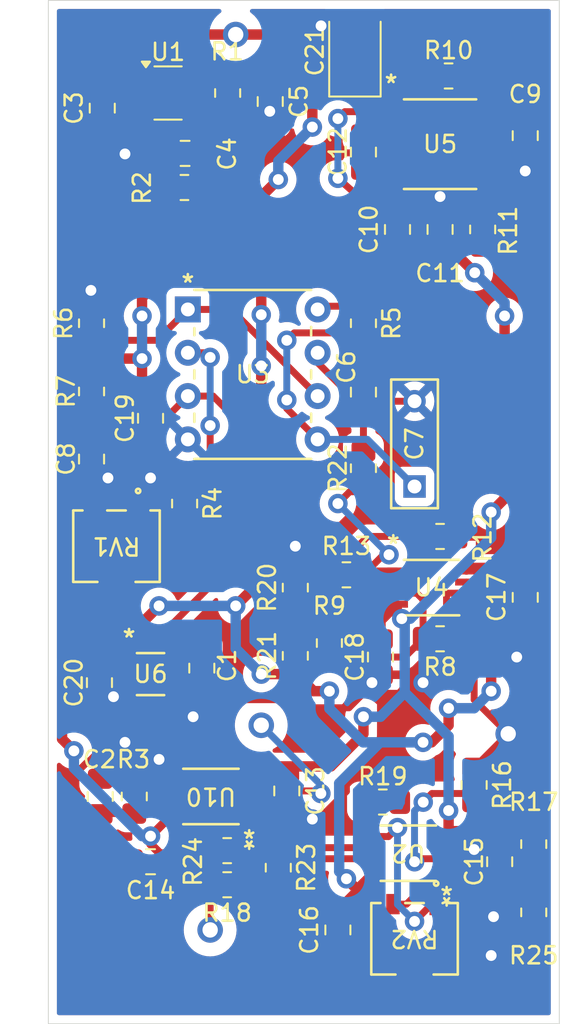
<source format=kicad_pcb>
(kicad_pcb (version 20240108) (generator "pcbnew") (generator_version "8.0")
  (layers (0 "F.Cu" signal) (31 "B.Cu" signal) (34 "B.Paste" user) (35 "F.Paste" user) (36 "B.SilkS" user "B.Silkscreen") (37 "F.SilkS" user "F.Silkscreen") (38 "B.Mask" user) (39 "F.Mask" user) (44 "Edge.Cuts" user))
  (net 0 "")
  (net 1 "GND")
  (net 2 "Net-(U10-VINB-)")
  (net 3 "Net-(U10-VOUTB)")
  (net 4 "Net-(U1-ADJ)")
  (net 5 "/V+")
  (net 6 "Net-(U3-COMPIN)")
  (net 7 "Net-(U3-RC)")
  (net 8 "Net-(U3-IOUT)")
  (net 9 "/Vcc")
  (net 10 "Net-(U5-FB{slash}SHDN)")
  (net 11 "/V-")
  (net 12 "Net-(U5-CAP-)")
  (net 13 "Net-(U5-CAP+)")
  (net 14 "Net-(U10-VINA-)")
  (net 15 "Net-(U3-FOUT)")
  (net 16 "Net-(R4-Pad2)")
  (net 17 "Net-(U3-IREF)")
  (net 18 "Net-(U3-VS)")
  (net 19 "Net-(U4-VINA+)")
  (net 20 "Net-(U4-VINB-)")
  (net 21 "Net-(R20-Pad1)")
  (net 22 "Net-(U5-VREF)")
  (net 23 "Net-(U5-VOUT)")
  (net 24 "Net-(U4-VINA-)")
  (net 25 "Net-(U4-VOUTA)")
  (net 26 "/Ux")
  (net 27 "Net-(U2-VINA-)")
  (net 28 "Net-(U2-VOUTA)")
  (net 29 "/Uout")
  (net 30 "Net-(U2-VOUTB)")
  (net 31 "Net-(U2-VINB+)")
  (net 32 "Net-(U2-VINB-)")
  (net 35 "/Uy")
  (net 37 "Net-(U6-D)")
  (footprint "Capacitor_SMD:C_0805_2012Metric_Pad1.18x1.45mm_HandSolder" (layer "F.Cu") (at 104.5 84.466 90)
    (property "Reference" "C6")
    (property "Value" "1uF")
  )
  (footprint "Resistor_SMD:R_0805_2012Metric_Pad1.20x1.40mm_HandSolder" (layer "F.Cu") (at 91.0447 108.174999 -90)
    (property "Reference" "R3")
    (property "Value" "10k")
  )
  (footprint "Capacitor_SMD:C_0805_2012Metric_Pad1.18x1.45mm_HandSolder" (layer "F.Cu") (at 95.00965 100.649999 -90)
    (property "Reference" "C1")
    (property "Value" "10n")
  )
  (footprint "MSOP8_MC_MCH-L:MSOP8_MC_MCH-L" (layer "F.Cu") (at 95.5447 108.174999 180)
    (property "Reference" "U10")
    (property "Value" "MCP6002-E/MS")
  )
  (footprint "Resistor_SMD:R_0805_2012Metric_Pad1.20x1.40mm_HandSolder" (layer "F.Cu") (at 88.53575 80.4285 90)
    (property "Reference" "R6")
    (property "Value" "100k")
  )
  (footprint "Resistor_SMD:R_0805_2012Metric_Pad1.20x1.40mm_HandSolder" (layer "F.Cu") (at 114.5 114.968 -90)
    (property "Reference" "R25")
    (property "Value" "10k")
  )
  (footprint "Resistor_SMD:R_0805_2012Metric_Pad1.20x1.40mm_HandSolder" (layer "F.Cu") (at 99.5 112.349998 -90)
    (property "Reference" "R23")
    (property "Value" "10k")
  )
  (footprint "Resistor_SMD:R_0805_2012Metric_Pad1.20x1.40mm_HandSolder" (layer "F.Cu") (at 109.5 65.9285)
    (property "Reference" "R10")
    (property "Value" "20k")
  )
  (footprint "Resistor_SMD:R_0805_2012Metric_Pad1.20x1.40mm_HandSolder" (layer "F.Cu") (at 109 92.9285)
    (property "Reference" "R12")
    (property "Value" "100k" (hide yes))
  )
  (footprint "Capacitor_SMD:C_0805_2012Metric_Pad1.18x1.45mm_HandSolder" (layer "F.Cu") (at 109 74.9285 -90)
    (property "Reference" "C11")
    (property "Value" "100uF")
  )
  (footprint "MountingHole:MountingHole_2.1mm" (layer "F.Cu") (at 113 104.5)
    (property "Reference" "REF**" (hide yes))
    (property "Value" "MountingHole_2.1mm" (hide yes))
  )
  (footprint "Capacitor_SMD:C_0805_2012Metric_Pad1.18x1.45mm_HandSolder" (layer "F.Cu") (at 89.0447 108.174999 -90)
    (property "Reference" "C2")
    (property "Value" "1u")
  )
  (footprint "POT_3214W:POT_3214W" (layer "F.Cu") (at 90 93.5 180)
    (property "Reference" "RV1")
    (property "Value" "50k")
  )
  (footprint "Resistor_SMD:R_0805_2012Metric_Pad1.20x1.40mm_HandSolder" (layer "F.Cu") (at 111.5 74.9285 -90)
    (property "Reference" "R11")
    (property "Value" "100k")
  )
  (footprint "Resistor_SMD:R_0805_2012Metric_Pad1.20x1.40mm_HandSolder" (layer "F.Cu") (at 104.5 88.9285 -90)
    (property "Reference" "R22")
    (property "Value" "100")
  )
  (footprint "Resistor_SMD:R_0805_2012Metric_Pad1.20x1.40mm_HandSolder" (layer "F.Cu") (at 109 98.9285 180)
    (property "Reference" "R8")
    (property "Value" "100k")
  )
  (footprint "Capacitor_SMD:C_0805_2012Metric_Pad1.18x1.45mm_HandSolder" (layer "F.Cu") (at 89.165 67.816 -90)
    (property "Reference" "C3")
    (property "Value" "1uF")
  )
  (footprint "Capacitor_SMD:C_0805_2012Metric_Pad1.18x1.45mm_HandSolder" (layer "F.Cu") (at 88.53575 88.391 -90)
    (property "Reference" "C8")
    (property "Value" "1u")
  )
  (footprint "Capacitor_Tantalum_SMD:CP_EIA-3528-21_Kemet-B_Pad1.50x2.35mm_HandSolder" (layer "F.Cu") (at 104 64.5 90)
    (property "Reference" "C21")
    (property "Value" "100uF")
  )
  (footprint "Resistor_SMD:R_0805_2012Metric_Pad1.20x1.40mm_HandSolder" (layer "F.Cu") (at 94 91 -90)
    (property "Reference" "R4")
    (property "Value" "100k")
  )
  (footprint "Resistor_SMD:R_0805_2012Metric_Pad1.20x1.40mm_HandSolder" (layer "F.Cu") (at 111 107.5 -90)
    (property "Reference" "R16")
    (property "Value" "10k")
  )
  (footprint "Capacitor_SMD:C_0805_2012Metric_Pad1.18x1.45mm_HandSolder" (layer "F.Cu") (at 92 112 180)
    (property "Reference" "C14")
    (property "Value" "100nF")
  )
  (footprint "MSOP8_MC_MCH-L:MSOP8_MC_MCH-L" (layer "F.Cu") (at 107.138702 111.5 180)
    (property "Reference" "U2")
    (property "Value" "MCP6002-E/MS")
  )
  (footprint "Capacitor_SMD:C_0805_2012Metric_Pad1.18x1.45mm_HandSolder" (layer "F.Cu") (at 92 86 -90)
    (property "Reference" "C19")
    (property "Value" "100nF")
  )
  (footprint "MountingHole:MountingHole_2.1mm" (layer "F.Cu") (at 97 63.5)
    (property "Reference" "REF**" (hide yes))
    (property "Value" "MountingHole_2.1mm")
  )
  (footprint "Resistor_SMD:R_0805_2012Metric_Pad1.20x1.40mm_HandSolder" (layer "F.Cu") (at 104.5 80.4285 -90)
    (property "Reference" "R5")
    (property "Value" "10k")
  )
  (footprint "MountingHole:MountingHole_2.1mm" (layer "F.Cu") (at 98.5 104)
    (property "Reference" "REF**" (hide yes))
    (property "Value" "MountingHole_2.1mm" (hide yes))
  )
  (footprint "Resistor_SMD:R_0805_2012Metric_Pad1.20x1.40mm_HandSolder" (layer "F.Cu") (at 103.5 95.1785 180)
    (property "Reference" "R13")
    (property "Value" "100k")
  )
  (footprint "Package_TO_SOT_SMD:SOT-23-5" (layer "F.Cu") (at 93.0275 66.9285)
    (property "Reference" "U1")
    (property "Value" "MIC5207")
  )
  (footprint "SO-8_S_LIT-L:SO-8_S_LIT-L" (layer "F.Cu") (at 109 69.9285)
    (property "Reference" "U5")
    (property "Value" "LT1054IS8_PBF" (hide yes))
  )
  (footprint "Resistor_SMD:R_0805_2012Metric_Pad1.20x1.40mm_HandSolder" (layer "F.Cu") (at 88.53575 84.4285 -90)
    (property "Reference" "R7")
    (property "Value" "10k")
  )
  (footprint "CAP_B32529_02.5X06.5X07.3_TDK:CAP_B32529_02.5X06.5X07.3_TDK" (layer "F.Cu") (at 107.5 90 90)
    (property "Reference" "C7")
    (property "Value" "10nF")
  )
  (footprint "Capacitor_SMD:C_0805_2012Metric_Pad1.18x1.45mm_HandSolder" (layer "F.Cu") (at 103 116 90)
    (property "Reference" "C16")
    (property "Value" "100nF")
  )
  (footprint "Capacitor_SMD:C_0805_2012Metric_Pad1.18x1.45mm_HandSolder" (layer "F.Cu") (at 99.0275 67.4285 -90)
    (property "Reference" "C5")
    (property "Value" "2,2uF")
  )
  (footprint "Resistor_SMD:R_0805_2012Metric_Pad1.20x1.40mm_HandSolder" (layer "F.Cu") (at 96.5275 66.9285 -90)
    (property "Reference" "R1")
    (property "Value" "10k")
  )
  (footprint "N08E_TEX:N08E_TEX" (layer "F.Cu") (at 94.19 79.6185)
    (property "Reference" "U3")
    (property "Value" "LM331N_NOPB")
  )
  (footprint "Capacitor_SMD:C_0805_2012Metric_Pad1.18x1.45mm_HandSolder" (layer "F.Cu") (at 106.5 74.9285 90)
    (property "Reference" "C10")
    (property "Value" "2nF")
  )
  (footprint "Capacitor_SMD:C_0805_2012Metric_Pad1.18x1.45mm_HandSolder" (layer "F.Cu") (at 114 69.4285 90)
    (property "Reference" "C9")
    (property "Value" "2u")
  )
  (footprint "Capacitor_SMD:C_0805_2012Metric_Pad1.18x1.45mm_HandSolder" (layer "F.Cu") (at 100 107.849998 -90)
    (property "Reference" "C13")
    (property "Value" "100nF")
  )
  (footprint "MountingHole:MountingHole_2.1mm" (layer "F.Cu") (at 95.5 116)
    (property "Reference" "REF**" (hide yes))
    (property "Value" "MountingHole_2.1mm" (hide yes))
  )
  (footprint "KS_6_ADI-L:KS_6_ADI-L" (layer "F.Cu") (at 92 101)
    (property "Reference" "U6")
    (property "Value" "ADG779BKSZ-REEL7")
  )
  (footprint "Resistor_SMD:R_0805_2012Metric_Pad1.20x1.40mm_HandSolder" (layer "F.Cu") (at 100.5 99.9285 90)
    (property "Reference" "R21")
    (property "Value" "10k")
  )
  (footprint "Resistor_SMD:R_0805_2012Metric_Pad1.20x1.40mm_HandSolder" (layer "F.Cu") (at 105.638702 108.5 180)
    (property "Reference" "R19")
    (property "Value" "2k" (hide yes))
  )
  (footprint "Resistor_SMD:R_0805_2012Metric_Pad1.20x1.40mm_HandSolder" (layer "F.Cu") (at 102.5 99.1785 -90)
    (property "Reference" "R9")
    (property "Value" "100k")
  )
  (footprint "Capacitor_SMD:C_0805_2012Metric_Pad1.18x1.45mm_HandSolder" (layer "F.Cu") (at 105.5 100 -90)
    (property "Reference" "C18")
    (property "Value" "100nF")
  )
  (footprint "Capacitor_SMD:C_0805_2012Metric_Pad1.18x1.45mm_HandSolder" (layer "F.Cu") (at 89 101.5 -90)
    (property "Reference" "C20")
    (property "Value" "100nF")
  )
  (footprint "KS_6_ADI-L:MSOP8_MC_MCH-L" (layer "F.Cu") (at 108.5 95.9285)
    (property "Reference" "U4")
    (property "Value" "MCP6002-E/MS")
  )
  (footprint "POT_3214W:POT_3214W" (layer "F.Cu") (at 107.5 116.5188 180)
    (property "Reference" "RV2")
    (property "Value" "50k")
  )
  (footprint "Capacitor_SMD:C_0805_2012Metric_Pad1.18x1.45mm_HandSolder" (layer "F.Cu") (at 114 96.5 90)
    (property "Reference" "C17")
    (property "Value" "100nF")
  )
  (footprint "Resistor_SMD:R_0805_2012Metric_Pad1.20x1.40mm_HandSolder" (layer "F.Cu") (at 96.5 111.349998)
    (property "Reference" "R24")
    (property "Value" "10k")
  )
  (footprint "Capacitor_SMD:C_0805_2012Metric_Pad1.18x1.45mm_HandSolder" (layer "F.Cu") (at 112.5 112 90)
    (property "Reference" "C15")
    (property "Value" "100nF")
  )
  (footprint "Resistor_SMD:R_0805_2012Metric_Pad1.20x1.40mm_HandSolder" (layer "F.Cu") (at 114.5 110.968 -90)
    (property "Reference" "R17")
    (property "Value" "10k")
  )
  (footprint "Resistor_SMD:R_0805_2012Metric_Pad1.20x1.40mm_HandSolder" (layer "F.Cu") (at 100.5 95.9285 90)
    (property "Reference" "R20")
    (property "Value" "470")
  )
  (footprint "Capacitor_SMD:C_0805_2012Metric_Pad1.18x1.45mm_HandSolder" (layer "F.Cu") (at 104.5 70.391 -90)
    (property "Reference" "C12")
    (property "Value" "10u")
  )
  (footprint "Resistor_SMD:R_0805_2012Metric_Pad1.20x1.40mm_HandSolder" (layer "F.Cu") (at 96.5 113.349998)
    (property "Reference" "R18")
    (property "Value" "10k")
  )
  (footprint "Resistor_SMD:R_0805_2012Metric_Pad1.20x1.40mm_HandSolder" (layer "F.Cu") (at 93.99 72.4685 180)
    (property "Reference" "R2")
    (property "Value" "22k")
  )
  (footprint "Capacitor_SMD:C_0805_2012Metric_Pad1.18x1.45mm_HandSolder" (layer "F.Cu") (at 94.0275 70.4685 180)
    (property "Reference" "C4")
    (property "Value" "470pF")
  )
  (gr_rect (start 86 61.5) (end 116 121.5) (stroke (width 0.05)) (fill none) (layer "Edge.Cuts"))
  (segment (start 89 103.15) (end 89 103.9375) (width 0.4064) (layer "F.Cu") (net 1))
  (segment (start 106.25175 70.4378) (end 106.37745 70.5635) (width 0.4064) (layer "F.Cu") (net 1))
  (segment (start 104 107) (end 106.638702 107) (width 0.4064) (layer "F.Cu") (net 1))
  (segment (start 86.7032 87.59595) (end 88.53575 89.4285) (width 0.4064) (layer "F.Cu") (net 1))
  (segment (start 103.88606 62.98894) (end 104 62.875) (width 0.6096) (layer "F.Cu") (net 1))
  (segment (start 100.025002 109.5) (end 100 109.474998) (width 0.4064) (layer "F.Cu") (net 1))
  (segment (start 101.5 109.5) (end 101.878434 109.5) (width 0.4064) (layer "F.Cu") (net 1))
  (segment (start 95.00965 101.41885) (end 95.00965 101.687499) (width 0.4064) (layer "F.Cu") (net 1))
  (segment (start 97.5 99.197149) (end 95.00965 101.687499) (width 0.4064) (layer "F.Cu") (net 1))
  (segment (start 112.138702 113.9055) (end 112.138702 115.222898) (width 0.4064) (layer "F.Cu") (net 1))
  (segment (start 105.5 102.125) (end 105.5 101.0375) (width 0.4064) (layer "F.Cu") (net 1))
  (segment (start 92.99 72.4685) (end 92.99 70.4685) (width 0.4064) (layer "F.Cu") (net 1))
  (segment (start 103.646866 102.9747) (end 104.496566 102.125) (width 0.4064) (layer "F.Cu") (net 1))
  (segment (start 88.53575 91.27375) (end 88.73 91.468) (width 0.4064) (layer "F.Cu") (net 1))
  (segment (start 112.0375 113.0375) (end 112.5 113.0375) (width 0.4064) (layer "F.Cu") (net 1))
  (segment (start 90.99035 101.7157) (end 90.4343 101.7157) (width 0.4064) (layer "F.Cu") (net 1))
  (segment (start 91.9285 89.4285) (end 92 89.5) (width 0.4064) (layer "F.Cu") (net 1))
  (segment (start 92.5 106) (end 92.5 106.2) (width 0.4064) (layer "F.Cu") (net 1))
  (segment (start 109 73.891) (end 109 72.7797) (width 0.4064) (layer "F.Cu") (net 1))
  (segment (start 88.353201 106.146799) (end 89 105.5) (width 0.4064) (layer "F.Cu") (net 1))
  (segment (start 101.5 109.5) (end 100.025002 109.5) (width 0.4064) (layer "F.Cu") (net 1))
  (segment (start 101.070236 102.5) (end 101.544936 102.9747) (width 0.4064) (layer "F.Cu") (net 1))
  (segment (start 112.138702 115.222898) (end 112 115.3616) (width 0.4064) (layer "F.Cu") (net 1))
  (segment (start 107.5 85) (end 110 87.5) (width 0.4064) (layer "F.Cu") (net 1))
  (segment (start 106.638702 107) (end 106.638702 108.5) (width 0.4064) (layer "F.Cu") (net 1))
  (segment (start 106.7838 70.5635) (end 106.37745 70.5635) (width 0.4064) (layer "F.Cu") (net 1))
  (segment (start 92.5 106.2) (end 93.5 107.2) (width 0.4064) (layer "F.Cu") (net 1))
  (segment (start 112 117.5) (end 112 118.5) (width 0.4064) (layer "F.Cu") (net 1))
  (segment (start 93.065 72.3535) (end 92.99 72.4285) (width 0.2) (layer "F.Cu") (net 1))
  (segment (start 92 89.4285) (end 92 87.375) (width 0.4064) (layer "F.Cu") (net 1))
  (segment (start 88.53575 89.4285) (end 91.9285 89.4285) (width 0.4064) (layer "F.Cu") (net 1))
  (segment (start 109 79.9285) (end 110.697056 79.9285) (width 0.4064) (layer "F.Cu") (net 1))
  (segment (start 92.99 72.4685) (end 92.99 74.3835) (width 0.4064) (layer "F.Cu") (net 1))
  (segment (start 103.5 117.593) (end 105.907 120) (width 0.4064) (layer "F.Cu") (net 1))
  (segment (start 88.292208 106.146799) (end 88.353201 106.146799) (width 0.4064) (layer "F.Cu") (net 1))
  (segment (start 88.53575 78.83775) (end 88.53575 79.4285) (width 0.4064) (layer "F.Cu") (net 1))
  (segment (start 92.99 74.3835) (end 92.9725 74.401) (width 0.4064) (layer "F.Cu") (net 1))
  (segment (start 89 112) (end 87.5 110.5) (width 0.4064) (layer "F.Cu") (net 1))
  (segment (start 92.99 70.4685) (end 90.38 70.4685) (width 0.4064) (layer "F.Cu") (net 1))
  (segment (start 105.5 102.125) (end 107.375 102.125) (width 0.4064) (layer "F.Cu") (net 1))
  (segment (start 95.822151 102.5) (end 101.070236 102.5) (width 0.4064) (layer "F.Cu") (net 1))
  (segment (start 92 89.5) (end 92 89.4285) (width 0.4064) (layer "F.Cu") (net 1))
  (segment (start 105.5 83.4285) (end 104.5 83.4285) (width 0.4064) (layer "F.Cu") (net 1))
  (segment (start 105.907 120) (end 110.5 120) (width 0.4064) (layer "F.Cu") (net 1))
  (segment (start 110.2842 71.1443) (end 113.3217 71.1443) (width 0.279) (layer "F.Cu") (net 1))
  (segment (start 87.5 110.5) (end 87.5 106.939007) (width 0.4064) (layer "F.Cu") (net 1))
  (segment (start 107.5 85) (end 106.0715 85) (width 0.4064) (layer "F.Cu") (net 1))
  (segment (start 92.9725 74.401) (end 93.45 73.9235) (width 0.4064) (layer "F.Cu") (net 1))
  (segment (start 101.5 109.5) (end 101.287498 109.287498) (width 0.4064) (layer "F.Cu") (net 1))
  (segment (start 101.544936 102.9747) (end 103.646866 102.9747) (width 0.4064) (layer "F.Cu") (net 1))
  (segment (start 87.5 106.939007) (end 88.292208 106.146799) (width 0.4064) (layer "F.Cu") (net 1))
  (segment (start 110 87.5) (end 110 92.9285) (width 0.4064) (layer "F.Cu") (net 1))
  (segment (start 90.375 112) (end 89 112) (width 0.4064) (layer "F.Cu") (net 1))
  (segment (start 109.183402 111.174999) (end 110.890296 111.174999) (width 0.4064) (layer "F.Cu") (net 1))
  (segment (start 86.7032 81.26105) (end 86.7032 87.59595) (width 0.4064) (layer "F.Cu") (net 1))
  (segment (start 108.3244 72.1041) (end 107.5744 71.3541) (width 0.4064) (layer "F.Cu") (net 1))
  (segment (start 97.5 97.9285) (end 97.5 99.197149) (width 0.4064) (layer "F.Cu") (net 1))
  (segment (start 89.4375 103.9375) (end 90.5 105) (width 0.4064) (layer "F.Cu") (net 1))
  (segment (start 104.496566 102.125) (end 105.5 102.125) (width 0.4064) (layer "F.Cu") (net 1))
  (segment (start 89 103.9375) (end 89.4375 103.9375) (width 0.4064) (layer "F.Cu") (net 1))
  (segment (start 112 118.5) (end 110.5 120) (width 0.4064) (layer "F.Cu") (net 1))
  (segment (start 91.09 66.9285) (end 91.89 66.9285) (width 0.4064) (layer "F.Cu") (net 1))
  (segment (start 109 79.9285) (end 105.5 83.4285) (width 0.4064) (layer "F.Cu") (net 1))
  (segment (start 110.2842 71.1443) (end 109 72.4285) (width 0.279) (layer "F.Cu") (net 1))
  (segment (start 100.5 94.9285) (end 97.5 97.9285) (width 0.4064) (layer "F.Cu") (net 1))
  (segment (start 109 72.4285) (end 109 72.7797) (width 0.279) (layer "F.Cu") (net 1))
  (segment (start 101.878434 109.5) (end 103.5 107.878434) (width 0.4064) (layer "F.Cu") (net 1))
  (segment (start 108.8968 91.8253) (end 103.6032 91.8253) (width 0.4064) (layer "F.Cu") (net 1))
  (segment (start 110.890296 111.174999) (end 111 111.284703) (width 0.4064) (layer "F.Cu") (net 1))
  (segment (start 90.38 70.4685) (end 89.165 69.2535) (width 0.4064) (layer "F.Cu") (net 1))
  (segment (start 102.01106 62.98894) (end 103.88606 62.98894) (width 0.6096) (layer "F.Cu") (net 1))
  (segment (start 113.3217 71.1443) (end 114 70.466) (width 0.279) (layer "F.Cu") (net 1))
  (segment (start 110.697056 79.9285) (end 114 76.625556) (width 0.4064) (layer "F.Cu") (net 1))
  (segment (start 113.5 98.0375) (end 114 97.5375) (width 0.4064) (layer "F.Cu") (net 1))
  (segment (start 95.00965 101.687499) (end 95.822151 102.5) (width 0.4064) (layer "F.Cu") (net 1))
  (segment (start 103.5 107.5) (end 104 107) (width 0.4064) (layer "F.Cu") (net 1))
  (segment (start 89.165 69.2535) (end 89.165 68.8535) (width 0.4064) (layer "F.Cu") (net 1))
  (segment (start 103.6032 91.8253) (end 100.5 94.9285) (width 0.4064) (layer "F.Cu") (net 1))
  (segment (start 113.5 100) (end 113.5 98.0375) (width 0.4064) (layer "F.Cu") (net 1))
  (segment (start 107.375 102.125) (end 108 101.5) (width 0.4064) (layer "F.Cu") (net 1))
  (segment (start 100.5993 70.4378) (end 106.25175 70.4378) (width 0.4064) (layer "F.Cu") (net 1))
  (segment (start 110 92.9285) (end 108.8968 91.8253) (width 0.4064) (layer "F.Cu") (net 1))
  (segment (start 89 105.5) (end 89 103.9375) (width 0.4064) (layer "F.Cu") (net 1))
  (segment (start 112.138702 114.125) (end 112.138702 113.230692) (width 0.4064) (layer "F.Cu") (net 1))
  (segment (start 105.5 102.125) (end 105.5 106.861298) (width 0.4064) (layer "F.Cu") (net 1))
  (segment (start 114 76.625556) (end 114 70.466) (width 0.4064) (layer "F.Cu") (net 1))
  (segment (start 99.0275 68.866) (end 99.0275 70.161692) (width 0.4064) (layer "F.Cu") (net 1))
  (segment (start 101.287498 109.287498) (end 100 109.287498) (width 0.4064) (layer "F.Cu") (net 1))
  (segment (start 99.0275 70.161692) (end 95.265692 73.9235) (width 0.4064) (layer "F.Cu") (net 1))
  (segment (start 89.165 68.8535) (end 91.09 66.9285) (width 0.4064) (layer "F.Cu") (net 1))
  (segment (start 90.4343 101.7157) (end 89 103.15) (width 0.4064) (layer "F.Cu") (net 1))
  (segment (start 106.0715 85) (end 104.5 83.4285) (width 0.4064) (layer "F.Cu") (net 1))
  (segment (start 103.5 107.878434) (end 103.5 107.5) (width 0.4064) (layer "F.Cu") (net 1))
  (segment (start 109 72.7797) (end 108.3244 72.1041) (width 0.4064) (layer "F.Cu") (net 1))
  (segment (start 93.45 73.9235) (end 95.265692 73.9235) (width 0.4064) (layer "F.Cu") (net 1))
  (segment (start 100.5 94.9285) (end 100.5 93.5) (width 0.4064) (layer "F.Cu") (net 1))
  (segment (start 92.9725 74.401) (end 88.53575 78.83775) (width 0.4064) (layer "F.Cu") (net 1))
  (segment (start 95.00965 102.99035) (end 94.5 103.5) (width 0.4064) (layer "F.Cu") (net 1))
  (segment (start 99.0275 68.866) (end 100.5993 70.4378) (width 0.4064) (layer "F.Cu") (net 1))
  (segment (start 88.53575 89.4285) (end 88.53575 91.27375) (width 0.4064) (layer "F.Cu") (net 1))
  (segment (start 95.00965 101.687499) (end 95.00965 102.99035) (width 0.4064) (layer "F.Cu") (net 1))
  (segment (start 92 89.4285) (end 94.19 87.2385) (width 0.4064) (layer "F.Cu") (net 1))
  (segment (start 88.53575 79.4285) (end 86.7032 81.26105) (width 0.4064) (layer "F.Cu") (net 1))
  (segment (start 107.5744 71.3541) (end 106.7838 70.5635) (width 0.4064) (layer "F.Cu") (net 1))
  (via (at 88.5 78.5) (size 1.143) (drill 0.635) (layers "F.Cu" "B.Cu") (net 1))
  (via (at 99 68) (size 1.143) (drill 0.635) (layers "F.Cu" "B.Cu") (net 1))
  (via (at 92 89.5) (size 1.143) (drill 0.635) (layers "F.Cu" "B.Cu") (net 1))
  (via (at 113.5 100) (size 1.143) (drill 0.635) (layers "F.Cu" "B.Cu") (net 1))
  (via (at 112.138702 115.222898) (size 1.143) (drill 0.635) (layers "F.Cu" "B.Cu") (net 1))
  (via (at 90.5 70.5) (size 1.143) (drill 0.635) (layers "F.Cu" "B.Cu") (net 1))
  (via (at 102.01106 62.98894) (size 1.143) (drill 0.635) (layers "F.Cu" "B.Cu") (net 1))
  (via (at 89.825 102.325) (size 1.143) (drill 0.635) (layers "F.Cu" "B.Cu") (net 1))
  (via (at 89.5 89.5) (size 1.143) (drill 0.635) (layers "F.Cu" "B.Cu") (net 1))
  (via (at 100.5 93.5) (size 1.143) (drill 0.635) (layers "F.Cu" "B.Cu") (net 1))
  (via (at 92.5 106) (size 1.143) (drill 0.635) (layers "F.Cu" "B.Cu") (net 1))
  (via (at 114 71.5) (size 1.143) (drill 0.635) (layers "F.Cu" "B.Cu") (net 1))
  (via (at 105 101.5) (size 1.143) (drill 0.635) (layers "F.Cu" "B.Cu") (net 1))
  (via (at 108 101.5) (size 1.143) (drill 0.635) (layers "F.Cu" "B.Cu") (net 1))
  (via (at 94.5 103.5) (size 1.143) (drill 0.635) (layers "F.Cu" "B.Cu") (net 1))
  (via (at 111 111.284703) (size 1.143) (drill 0.635) (layers "F.Cu" "B.Cu") (net 1))
  (via (at 112 117.5) (size 1.143) (drill 0.635) (layers "F.Cu" "B.Cu") (net 1))
  (via (at 109 73) (size 1.143) (drill 0.635) (layers "F.Cu" "B.Cu") (net 1))
  (via (at 101.5 109.5) (size 1.143) (drill 0.635) (layers "F.Cu" "B.Cu") (net 1))
  (via (at 90.5 105) (size 1.143) (drill 0.635) (layers "F.Cu" "B.Cu") (net 1))
  (segment (start 111 114.084196) (end 112.138702 115.222898) (width 0.4064) (layer "B.Cu") (net 1))
  (segment (start 111 111.284703) (end 111 114.084196) (width 0.4064) (layer "B.Cu") (net 1))
  (segment (start 112.138702 115.222898) (end 112 115.3616) (width 0.4064) (layer "B.Cu") (net 1))
  (segment (start 102.01106 63.966821) (end 99 66.977881) (width 0.6096) (layer "B.Cu") (net 1))
  (segment (start 102.01106 62.98894) (end 102.01106 63.966821) (width 0.6096) (layer "B.Cu") (net 1))
  (segment (start 90.5 105) (end 91.5 105) (width 0.4064) (layer "B.Cu") (net 1))
  (segment (start 112 115.3616) (end 112 117.5) (width 0.4064) (layer "B.Cu") (net 1))
  (segment (start 108.5 101) (end 108 101.5) (width 0.4064) (layer "B.Cu") (net 1))
  (segment (start 92 103.5) (end 90.5 105) (width 0.4064) (layer "B.Cu") (net 1))
  (segment (start 112.5 101) (end 108.5 101) (width 0.4064) (layer "B.Cu") (net 1))
  (segment (start 91.5 105) (end 92.5 106) (width 0.4064) (layer "B.Cu") (net 1))
  (segment (start 113.5 100) (end 112.5 101) (width 0.4064) (layer "B.Cu") (net 1))
  (segment (start 99 66.977881) (end 99 68) (width 0.6096) (layer "B.Cu") (net 1))
  (segment (start 94.5 103.5) (end 92 103.5) (width 0.4064) (layer "B.Cu") (net 1))
  (segment (start 91 106) (end 91 107.130299) (width 0.4064) (layer "F.Cu") (net 2))
  (segment (start 91.0447 107.174999) (end 89.0822 107.174999) (width 0.4064) (layer "F.Cu") (net 2))
  (segment (start 89.0822 107.174999) (end 89.0447 107.137499) (width 0.4064) (layer "F.Cu") (net 2))
  (segment (start 91.0447 107.174999) (end 91.719699 107.849998) (width 0.4064) (layer "F.Cu") (net 2))
  (segment (start 91.7301 100.9842) (end 91.7301 105.2699) (width 0.4064) (layer "F.Cu") (net 2))
  (segment (start 92.364299 100.350001) (end 91.7301 100.9842) (width 0.4064) (layer "F.Cu") (net 2))
  (segment (start 91.719699 107.849998) (end 93.5 107.849998) (width 0.4064) (layer "F.Cu") (net 2))
  (segment (start 91.7301 105.2699) (end 91 106) (width 0.4064) (layer "F.Cu") (net 2))
  (segment (start 91 107.130299) (end 91.0447 107.174999) (width 0.4064) (layer "F.Cu") (net 2))
  (segment (start 93.00965 100.350001) (end 92.364299 100.350001) (width 0.4064) (layer "F.Cu") (net 2))
  (segment (start 91.719699 108.5) (end 92.0447 108.5) (width 0.4064) (layer "F.Cu") (net 3))
  (segment (start 95.5 109.3316) (end 94.6684 108.5) (width 0.4064) (layer "F.Cu") (net 3))
  (segment (start 95.5 111.349998) (end 95.5 109.3316) (width 0.4064) (layer "F.Cu") (net 3))
  (segment (start 92.0447 108.5) (end 93.5 108.5) (width 0.4064) (layer "F.Cu") (net 3))
  (segment (start 91.0447 109.174999) (end 91.719699 108.5) (width 0.4064) (layer "F.Cu") (net 3))
  (segment (start 91.0447 109.174999) (end 89.0822 109.174999) (width 0.4064) (layer "F.Cu") (net 3))
  (segment (start 94.6684 108.5) (end 93.5 108.5) (width 0.4064) (layer "F.Cu") (net 3))
  (segment (start 96.4775 67.8785) (end 96.5275 67.9285) (width 0.2) (layer "F.Cu") (net 4))
  (segment (start 95.065 68.7785) (end 94.165 67.8785) (width 0.4064) (layer "F.Cu") (net 4))
  (segment (start 95.265692 72.9285) (end 94.445 72.9285) (width 0.4064) (layer "F.Cu") (net 4))
  (segment (start 94.99 70.5435) (end 95.065 70.4685) (width 0.4064) (layer "F.Cu") (net 4))
  (segment (start 95.065 70.4685) (end 95.065 68.7785) (width 0.4064) (layer "F.Cu") (net 4))
  (segment (start 94.99 72.4685) (end 94.99 70.5435) (width 0.4064) (layer "F.Cu") (net 4))
  (segment (start 94.165 67.8785) (end 96.4775 67.8785) (width 0.406) (layer "F.Cu") (net 4))
  (segment (start 94.215 67.9285) (end 94.165 67.8785) (width 0.2) (layer "F.Cu") (net 4))
  (segment (start 94.95925 75.46425) (end 91.5 78.9235) (width 0.61) (layer "F.Cu") (net 5))
  (segment (start 104.138702 113.638702) (end 103.5 113) (width 0.6096) (layer "F.Cu") (net 5))
  (segment (start 100.5675 65.991) (end 99.0275 65.991) (width 0.61) (layer "F.Cu") (net 5))
  (segment (start 98.965 65.9285) (end 99.0275 65.991) (width 0.6096) (layer "F.Cu") (net 5))
  (segment (start 91.5 82.5) (end 89.46425 82.5) (width 0.61) (layer "F.Cu") (net 5))
  (segment (start 99.5 72) (end 96.03575 75.46425) (width 0.61) (layer "F.Cu") (net 5))
  (segment (start 96.03575 75.46425) (end 94.95925 75.46425) (width 0.61) (layer "F.Cu") (net 5))
  (segment (start 98.5 82.9285) (end 98.5 90.8435) (width 0.61) (layer "F.Cu") (net 5))
  (segment (start 96.5275 65.9285) (end 98.965 65.9285) (width 0.6096) (layer "F.Cu") (net 5))
  (segment (start 96.03575 75.46425) (end 98.5 77.9285) (width 0.61) (layer "F.Cu") (net 5))
  (segment (start 93.3214 109.1786) (end 93.5 109.1786) (width 0.5) (layer "F.Cu") (net 5))
  (segment (start 109.5 104) (end 109.5 103) (width 0.6096) (layer "F.Cu") (net 5))
  (segment (start 89.5375 101) (end 89 100.4625) (width 0.61) (layer "F.Cu") (net 5))
  (segment (start 101.5715 102) (end 100.5 100.9285) (width 0.6096) (layer "F.Cu") (net 5))
  (segment (start 101.5 68.9235) (end 101.5 66.9235) (width 0.61) (layer "F.Cu") (net 5))
  (segment (start 86.8048 104.8048) (end 86.8048 101.1952) (width 0.6096) (layer "F.Cu") (net 5))
  (segment (start 92 110.5) (end 93.3214 109.1786) (width 0.5) (layer "F.Cu") (net 5))
  (segment (start 113.309 94.7715) (end 114 95.4625) (width 0.6096) (layer "F.Cu") (net 5))
  (segment (start 90.99035 101) (end 89.5375 101) (width 0.45) (layer "F.Cu") (net 5))
  (segment (start 91.5 84) (end 92 84.5) (width 0.61) (layer "F.Cu") (net 5))
  (segment (start 94.165 65.9785) (end 96.4775 65.9785) (width 0.6096) (layer "F.Cu") (net 5))
  (segment (start 92 110.5) (end 92 110.9625) (width 0.5) (layer "F.Cu") (net 5))
  (segment (start 89.46425 82.5) (end 88.53575 83.4285) (width 0.61) (layer "F.Cu") (net 5))
  (segment (start 87.5375 100.4625) (end 89 100.4625) (width 0.6096) (layer "F.Cu") (net 5))
  (segment (start 102.5 102) (end 101.5715 102) (width 0.6096) (layer "F.Cu") (net 5))
  (segment (start 92 110.9625) (end 93.0375 112) (width 0.5) (layer "F.Cu") (net 5))
  (segment (start 98.5 95.5) (end 97 97) (width 0.61) (layer "F.Cu") (net 5))
  (segment (start 91.5 78.9235) (end 91.5 80) (width 0.61) (layer "F.Cu") (net 5))
  (segment (start 112 94.7715) (end 110.643299 94.7715) (width 0.6096) (layer "F.Cu") (net 5))
  (segment (start 112 94.7715) (end 112 102) (width 0.6096) (layer "F.Cu") (net 5))
  (segment (start 110.643299 94.7715) (end 110.5447 94.870099) (width 0.6096) (layer "F.Cu") (net 5))
  (segment (start 89.0375 100.4625) (end 89 100.4625) (width 0.61) (layer "F.Cu") (net 5))
  (segment (start 98.5 101) (end 100.4285 101) (width 0.61) (layer "F.Cu") (net 5))
  (segment (start 103 114.875) (end 104.138702 113.736298) (width 0.6096) (layer "F.Cu") (net 5))
  (segment (start 98.5 90.8435) (end 98.5 95.5) (width 0.61) (layer "F.Cu") (net 5))
  (segment (start 92 110.5) (end 92.125 110.5) (width 0.5) (layer "F.Cu") (net 5))
  (segment (start 98.5 77.9285) (end 98.5 79.9285) (width 0.61) (layer "F.Cu") (net 5))
  (segment (start 92.5 97) (end 89.0375 100.4625) (width 0.61) (layer "F.Cu") (net 5))
  (segment (start 104.138702 113.736298) (end 104.138702 113.638702) (width 0.6096) (layer "F.Cu") (net 5))
  (segment (start 108.5 105) (end 108 105) (width 0.6096) (layer "F.Cu") (net 5))
  (segment (start 87.5 105.5) (end 86.8048 104.8048) (width 0.6096) (layer "F.Cu") (net 5))
  (segment (start 100.4285 101) (end 100.5 100.9285) (width 0.61) (layer "F.Cu") (net 5))
  (segment (start 108.5 105) (end 109.5 104) (width 0.6096) (layer "F.Cu") (net 5))
  (segment (start 112 94.7715) (end 113.309 94.7715) (width 0.6096) (layer "F.Cu") (net 5))
  (segment (start 101.5 66.9235) (end 100.5675 65.991) (width 0.61) (layer "F.Cu") (net 5))
  (segment (start 104.138702 113.638702) (end 105.094002 112.683402) (width 0.6096) (layer "F.Cu") (net 5))
  (segment (start 86.8048 101.1952) (end 87.5375 100.4625) (width 0.6096) (layer "F.Cu") (net 5))
  (segment (start 105.094002 112.683402) (end 105.094002 112.558401) (width 0.6096) (layer "F.Cu") (net 5))
  (segment (start 96.4775 65.9785) (end 96.5275 65.9285) (width 0.6096) (layer "F.Cu") (net 5))
  (segment (start 90.92785 101.0625) (end 90.99035 101) (width 0.4064) (layer "F.Cu") (net 5))
  (segment (start 91.5 82.5) (end 91.5 84) (width 0.61) (layer "F.Cu") (net 5))
  (via (at 91.5 80) (size 1.143) (drill 0.635) (layers "F.Cu" "B.Cu") (net 5))
  (via (at 102.5 102) (size 1.143) (drill 0.635) (layers "F.Cu" "B.Cu") (net 5))
  (via (at 101.5 68.9235) (size 1.143) (drill 0.635) (layers "F.Cu" "B.Cu") (net 5))
  (via (at 97 97) (size 1.143) (drill 0.635) (layers "F.Cu" "B.Cu") (net 5))
  (via (at 92.5 97) (size 1.143) (drill 0.635) (layers "F.Cu" "B.Cu") (net 5))
  (via (at 87.5 105.5) (size 1.143) (drill 0.635) (layers "F.Cu" "B.Cu") (net 5))
  (via (at 98.5 82.9285) (size 1.143) (drill 0.635) (layers "F.Cu" "B.Cu") (net 5))
  (via (at 103.5 113) (size 1.143) (drill 0.635) (layers "F.Cu" "B.Cu") (net 5))
  (via (at 112 102) (size 1.143) (drill 0.635) (layers "F.Cu" "B.Cu") (net 5))
  (via (at 98.5 79.9285) (size 1.143) (drill 0.635) (layers "F.Cu" "B.Cu") (net 5))
  (via (at 91.5 82.5) (size 1.143) (drill 0.635) (layers "F.Cu" "B.Cu") (net 5))
  (via (at 92 110.5) (size 1.143) (drill 0.635) (layers "F.Cu" "B.Cu") (net 5))
  (via (at 98.5 101) (size 1.143) (drill 0.635) (layers "F.Cu" "B.Cu") (net 5))
  (via (at 109.5 103) (size 1.143) (drill 0.635) (layers "F.Cu" "B.Cu") (net 5))
  (via (at 99.5 72) (size 1.143) (drill 0.635) (layers "F.Cu" "B.Cu") (net 5))
  (via (at 108 105) (size 1.143) (drill 0.635) (layers "F.Cu" "B.Cu") (net 5))
  (segment (start 102.5 102) (end 102.5 103.022119) (width 0.6096) (layer "B.Cu") (net 5))
  (segment (start 103.0763 107.401581) (end 103.0763 110.445819) (width 0.6096) (layer "B.Cu") (net 5))
  (segment (start 98.5 101) (end 97 99.5) (width 0.61) (layer "B.Cu") (net 5))
  (segment (start 91.5 110.5) (end 92 110.5) (width 0.6096) (layer "B.Cu") (net 5))
  (segment (start 111 103) (end 112 102) (width 0.6096) (layer "B.Cu") (net 5))
  (segment (start 105.477881 105) (end 103.0763 107.401581) (width 0.6096) (layer "B.Cu") (net 5))
  (segment (start 98.5 79.9285) (end 98.5 82.9285) (width 0.61) (layer "B.Cu") (net 5))
  (segment (start 87.5 106.5) (end 91.5 110.5) (width 0.6096) (layer "B.Cu") (net 5))
  (segment (start 101.5 68.9235) (end 99.5 70.9235) (width 0.61) (layer "B.Cu") (net 5))
  (segment (start 97 99.5) (end 97 97) (width 0.61) (layer "B.Cu") (net 5))
  (segment (start 99.5 70.9235) (end 99.5 72) (width 0.61) (layer "B.Cu") (net 5))
  (segment (start 108 105) (end 105.477881 105) (width 0.6096) (layer "B.Cu") (net 5))
  (segment (start 87.5 105.5) (end 87.5 106.5) (width 0.6096) (layer "B.Cu") (net 5))
  (segment (start 104.477881 105) (end 105.477881 105) (width 0.6096) (layer "B.Cu") (net 5))
  (segment (start 102.5 103.022119) (end 104.477881 105) (width 0.6096) (layer "B.Cu") (net 5))
  (segment (start 109.5 103) (end 111 103) (width 0.6096) (layer "B.Cu") (net 5))
  (segment (start 91.5 80) (end 91.5 82.5) (width 0.61) (layer "B.Cu") (net 5))
  (segment (start 103.0763 110.445819) (end 103.0763 112.5763) (width 0.6096) (layer "B.Cu") (net 5))
  (segment (start 103.0763 112.5763) (end 103.5 113) (width 0.6096) (layer "B.Cu") (net 5))
  (segment (start 92.5 97) (end 97 97) (width 0.61) (layer "B.Cu") (net 5))
  (segment (start 104.5 85.5035) (end 104.5 87.9285) (width 0.4064) (layer "F.Cu") (net 6))
  (segment (start 101.81 82.7385) (end 101.81 82.1585) (width 0.4064) (layer "F.Cu") (net 6))
  (segment (start 104.5 85.5035) (end 104.5 85.4285) (width 0.4064) (layer "F.Cu") (net 6))
  (segment (start 104.5 85.4285) (end 101.81 82.7385) (width 0.4064) (layer "F.Cu") (net 6))
  (segment (start 103.5648 80.9933) (end 101.327358 80.9933) (width 0.4064) (layer "F.Cu") (net 7))
  (segment (start 100 85.4285) (end 101.81 87.2385) (width 0.4064) (layer "F.Cu") (net 7))
  (segment (start 100 84.9285) (end 100 85.4285) (width 0.4064) (layer "F.Cu") (net 7))
  (segment (start 104 81.4285) (end 103.5648 80.9933) (width 0.4064) (layer "F.Cu") (net 7))
  (segment (start 101.327358 80.9933) (end 100.4352 80.9933) (width 0.4064) (layer "F.Cu") (net 7))
  (segment (start 100.4352 80.9933) (end 100 81.4285) (width 0.4064) (layer "F.Cu") (net 7))
  (segment (start 104.5 81.4285) (end 104 81.4285) (width 0.4064) (layer "F.Cu") (net 7))
  (via (at 100 84.9285) (size 1.143) (drill 0.635) (layers "F.Cu" "B.Cu") (net 7))
  (via (at 100 81.4285) (size 1.143) (drill 0.635) (layers "F.Cu" "B.Cu") (net 7))
  (segment (start 101.81 87.2385) (end 104.7385 87.2385) (width 0.4064) (layer "B.Cu") (net 7))
  (segment (start 100 81.4285) (end 100 84.9285) (width 0.4064) (layer "B.Cu") (net 7))
  (segment (start 104.7385 87.2385) (end 107.5 90) (width 0.4064) (layer "B.Cu") (net 7))
  (segment (start 87.43255 81.6032) (end 87.43255 86.2503) (width 0.4064) (layer "F.Cu") (net 8))
  (segment (start 94.19 79.6185) (end 96.73 79.6185) (width 0.4064) (layer "F.Cu") (net 8))
  (segment (start 96.73 79.6185) (end 101.81 84.6985) (width 0.4064) (layer "F.Cu") (net 8))
  (segment (start 87.43255 86.2503) (end 88.53575 87.3535) (width 0.4064) (layer "F.Cu") (net 8))
  (segment (start 88.53575 81.4285) (end 92.38 81.4285) (width 0.4064) (layer "F.Cu") (net 8))
  (segment (start 87.60725 81.4285) (end 87.43255 81.6032) (width 0.4064) (layer "F.Cu") (net 8))
  (segment (start 88.53575 81.4285) (end 87.60725 81.4285) (width 0.4064) (layer "F.Cu") (net 8))
  (segment (start 92.38 81.4285) (end 94.19 79.6185) (width 0.4064) (layer "F.Cu") (net 8))
  (segment (start 89.165 66.335) (end 89.165 66.3785) (width 0.61) (layer "F.Cu") (net 9))
  (segment (start 102 64.5) (end 102.875 64.5) (width 0.6096) (layer "F.Cu") (net 9))
  (segment (start 92.552499 67.8785) (end 93.0573 67.373699) (width 0.6096) (layer "F.Cu") (net 9))
  (segment (start 93.0573 66.4808) (end 92.555 65.9785) (width 0.6096) (layer "F.Cu") (net 9))
  (segment (start 104.5 66.125) (end 106.125 64.5) (width 0.6096) (layer "F.Cu") (net 9))
  (segment (start 89.565 65.9785) (end 91.89 65.9785) (width 0.61) (layer "F.Cu") (net 9))
  (segment (start 111.99005 68.391) (end 111.62255 68.0235) (width 0.6096) (layer "F.Cu") (net 9))
  (segment (start 93.0573 67.373699) (end 93.0573 66.4808) (width 0.6096) (layer "F.Cu") (net 9))
  (segment (start 92.555 65.9785) (end 91.89 65.9785) (width 0.6096) (layer "F.Cu") (net 9))
  (segment (start 89.165 66.3785) (end 89.565 65.9785) (width 0.2) (layer "F.Cu") (net 9))
  (segment (start 91.89 67.8785) (end 92.552499 67.8785) (width 0.6096) (layer "F.Cu") (net 9))
  (segment (start 102.875 64.5) (end 104.5 66.125) (width 0.6096) (layer "F.Cu") (net 9))
  (segment (start 97 63.5) (end 101 63.5) (width 0.6096) (layer "F.Cu") (net 9))
  (segment (start 106.125 64.5) (end 110.946158 64.5) (width 0.6096) (layer "F.Cu") (net 9))
  (segment (start 94.3685 63.5) (end 91.89 65.9785) (width 0.6096) (layer "F.Cu") (net 9))
  (segment (start 114 67.553842) (end 114 68.391) (width 0.61) (layer "F.Cu") (net 9))
  (segment (start 97 63.5) (end 94.3685 63.5) (width 0.6096) (layer "F.Cu") (net 9))
  (segment (start 110.946158 64.5) (end 114 67.553842) (width 0.61) (layer "F.Cu") (net 9))
  (segment (start 101 63.5) (end 102 64.5) (width 0.6096) (layer "F.Cu") (net 9))
  (segment (start 114 68.391) (end 111.99005 68.391) (width 0.6096) (layer "F.Cu") (net 9))
  (segment (start 104.086808 68.0235) (end 103.405 68.0235) (width 0.4064) (layer "F.Cu") (net 10))
  (segment (start 110.5468 74.9753) (end 107.5843 74.9753) (width 0.4064) (layer "F.Cu") (net 10))
  (segment (start 107.5843 74.9753) (end 106.5 73.891) (width 0.4064) (layer "F.Cu") (net 10))
  (segment (start 104.086808 68.0235) (end 106.37745 68.0235) (width 0.4064) (layer "F.Cu") (net 10))
  (segment (start 108.47245 65.9285) (end 106.37745 68.0235) (width 0.4064) (layer "F.Cu") (net 10))
  (segment (start 111.5 75.9285) (end 110.5468 74.9753) (width 0.4064) (layer "F.Cu") (net 10))
  (segment (start 103.405 68.0235) (end 103 68.4285) (width 0.4064) (layer "F.Cu") (net 10))
  (segment (start 111.5 75.9285) (end 111 75.9285) (width 0.4064) (layer "F.Cu") (net 10))
  (segment (start 105.219308 73.891) (end 103 71.9285) (width 0.4064) (layer "F.Cu") (net 10))
  (segment (start 108.5 65.9285) (end 108.47245 65.9285) (width 0.4064) (layer "F.Cu") (net 10))
  (segment (start 106.5 73.891) (end 105.219308 73.891) (width 0.4064) (layer "F.Cu") (net 10))
  (via (at 103 71.9285) (size 1.143) (drill 0.635) (layers "F.Cu" "B.Cu") (net 10))
  (via (at 103 68.4285) (size 1.143) (drill 0.635) (layers "F.Cu" "B.Cu") (net 10))
  (segment (start 103 71.9285) (end 103 68.4285) (width 0.4064) (layer "B.Cu") (net 10))
  (segment (start 112.787745 90.712255) (end 112 91.5) (width 0.6096) (layer "F.Cu") (net 11))
  (segment (start 104.5 104.5) (end 104.5 103.5) (width 0.6096) (layer "F.Cu") (net 11))
  (segment (start 111.745903 110.208403) (end 112.5 110.9625) (width 0.6096) (layer "F.Cu") (net 11))
  (segment (start 109.5 110.208403) (end 111.745903 110.208403) (width 0.6096) (layer "F.Cu") (net 11))
  (segment (start 98.2935 106.412498) (end 102.587502 106.412498) (width 0.6096) (layer "F.Cu") (net 11))
  (segment (start 102.587502 106.412498) (end 104.5 104.5) (width 0.6096) (layer "F.Cu") (net 11))
  (segment (start 106.4553 97.4553) (end 106.4553 96.986901) (width 0.6096) (layer "F.Cu") (net 11))
  (segment (start 109.5 109) (end 109.5 110.208403) (width 0.6096) (layer "F.Cu") (net 11))
  (segment (start 106.5 75.966) (end 109 75.966) (width 0.6096) (layer "F.Cu") (net 11))
  (segment (start 105.5 97.858799) (end 105.5 98.741) (width 0.6096) (layer "F.Cu") (net 11))
  (segment (start 109.5375 75.966) (end 109 75.966) (width 0.6096) (layer "F.Cu") (net 11))
  (segment (start 97.5894 107.116598) (end 98.2935 106.412498) (width 0.6096) (layer "F.Cu") (net 11))
  (segment (start 106.371898 96.986901) (end 105.5 97.858799) (width 0.6096) (layer "F.Cu") (net 11))
  (segment (start 106.4553 96.986901) (end 106.371898 96.986901) (width 0.6096) (layer "F.Cu") (net 11))
  (segment (start 111.03575 77.46425) (end 109.5375 75.966) (width 0.6096) (layer "F.Cu") (net 11))
  (segment (start 112.787745 80) (end 112.787745 90.712255) (width 0.6096) (layer "F.Cu") (net 11))
  (segment (start 106.75 97.75) (end 106.4553 97.4553) (width 0.6096) (layer "F.Cu") (net 11))
  (segment (start 109.5 110.208403) (end 109.266804 110.441599) (width 0.6096) (layer "F.Cu") (net 11))
  (via (at 112 91.5) (size 1.143) (drill 0.635) (layers "F.Cu" "B.Cu") (net 11))
  (via (at 104.5 103.5) (size 1.143) (drill 0.635) (layers "F.Cu" "B.Cu") (net 11))
  (via (at 106.75 97.75) (size 1.143) (drill 0.635) (layers "F.Cu" "B.Cu") (net 11))
  (via (at 109.5 109) (size 1.143) (drill 0.635) (layers "F.Cu" "B.Cu") (net 11))
  (via (at 111.03575 77.46425) (size 1.143) (drill 0.635) (layers "F.Cu" "B.Cu") (net 11))
  (via (at 112.787745 80) (size 1.143) (drill 0.635) (layers "F.Cu" "B.Cu") (net 11))
  (segment (start 109.5 104.6526) (end 109.5 109) (width 0.6096) (layer "B.Cu") (net 11))
  (segment (start 107.25 97.75) (end 112 93) (width 0.6096) (layer "B.Cu") (net 11))
  (segment (start 112.787745 79.216245) (end 112.787745 80) (width 0.6096) (layer "B.Cu") (net 11))
  (segment (start 106.9237 102.0763) (end 106.75 102.25) (width 0.6096) (layer "B.Cu") (net 11))
  (segment (start 106.9237 102.0763) (end 109.5 104.6526) (width 0.6096) (layer "B.Cu") (net 11))
  (segment (start 106.9237 97.9237) (end 106.9237 102.0763) (width 0.6096) (layer "B.Cu") (net 11))
  (segment (start 112 93) (end 112 91.5) (width 0.6096) (layer "B.Cu") (net 11))
  (segment (start 106.5 102.5) (end 105.5 103.5) (width 0.6096) (layer "B.Cu") (net 11))
  (segment (start 106.75 102.25) (end 106.5 102.5) (width 0.6096) (layer "B.Cu") (net 11))
  (segment (start 105.5 103.5) (end 104.5 103.5) (width 0.6096) (layer "B.Cu") (net 11))
  (segment (start 111.03575 77.46425) (end 112.787745 79.216245) (width 0.6096) (layer "B.Cu") (net 11))
  (segment (start 106.75 97.75) (end 107.25 97.75) (width 0.6096) (layer "B.Cu") (net 11))
  (segment (start 106.75 97.75) (end 106.9237 97.9237) (width 0.6096) (layer "B.Cu") (net 11))
  (segment (start 104.5 71.4285) (end 105.97245 71.4285) (width 0.4064) (layer "F.Cu") (net 12))
  (segment (start 105.97245 71.4285) (end 106.37745 71.8335) (width 0.4064) (layer "F.Cu") (net 12))
  (segment (start 106.31745 69.3535) (end 106.37745 69.2935) (width 0.4064) (layer "F.Cu") (net 13))
  (segment (start 104.5 69.3535) (end 106.31745 69.3535) (width 0.4064) (layer "F.Cu") (net 13))
  (segment (start 93.00965 105.08865) (end 96.421 108.5) (width 0.4064) (layer "F.Cu") (net 14))
  (segment (start 93.00965 101.649999) (end 93.00965 105.08865) (width 0.4064) (layer "F.Cu") (net 14))
  (segment (start 96.421 108.5) (end 97.5894 108.5) (width 0.4064) (layer "F.Cu") (net 14))
  (segment (start 97.5894 108.5) (end 97.5894 109.149998) (width 0.4064) (layer "F.Cu") (net 14))
  (segment (start 97 94.340351) (end 90.99035 100.350001) (width 0.4064) (layer "F.Cu") (net 15))
  (segment (start 97 86.0253) (end 97 94.340351) (width 0.4064) (layer "F.Cu") (net 15))
  (segment (start 92.9353 85.9532) (end 94.19 84.6985) (width 0.4064) (layer "F.Cu") (net 15))
  (segment (start 95.6732 84.6985) (end 97 86.0253) (width 0.4064) (layer "F.Cu") (net 15))
  (segment (start 89.06045 85.9532) (end 92.9353 85.9532) (width 0.4064) (layer "F.Cu") (net 15))
  (segment (start 88.53575 85.4285) (end 89.06045 85.9532) (width 0.4064) (layer "F.Cu") (net 15))
  (segment (start 94.19 84.6985) (end 95.6732 84.6985) (width 0.4064) (layer "F.Cu") (net 15))
  (segment (start 91.27 91.5188) (end 93.5188 91.5188) (width 0.4064) (layer "F.Cu") (net 16))
  (segment (start 93.5188 91.5188) (end 94 92) (width 0.4064) (layer "F.Cu") (net 16))
  (segment (start 95.5 88.5) (end 95.5 86.4285) (width 0.4064) (layer "F.Cu") (net 17))
  (segment (start 94.19 82.1585) (end 95.23 82.1585) (width 0.4064) (layer "F.Cu") (net 17))
  (segment (start 94 90) (end 95.5 88.5) (width 0.4064) (layer "F.Cu") (net 17))
  (segment (start 95.23 82.1585) (end 95.5 82.4285) (width 0.4064) (layer "F.Cu") (net 17))
  (via (at 95.5 86.4285) (size 1.143) (drill 0.635) (layers "F.Cu" "B.Cu") (net 17))
  (via (at 95.5 82.4285) (size 1.143) (drill 0.635) (layers "F.Cu" "B.Cu") (net 17))
  (segment (start 95.5 82.4285) (end 95.5 86.4285) (width 0.4064) (layer "B.Cu") (net 17))
  (segment (start 102 79.4285) (end 101.81 79.6185) (width 0.4064) (layer "F.Cu") (net 18))
  (segment (start 104.5 79.4285) (end 102 79.4285) (width 0.4064) (layer "F.Cu") (net 18))
  (segment (start 106.9285 100) (end 108 98.9285) (width 0.4064) (layer "F.Cu") (net 19))
  (segment (start 108 96.629801) (end 107.6237 96.253501) (width 0.4064) (layer "F.Cu") (net 19))
  (segment (start 102.5 100.1785) (end 102.6785 100) (width 0.4064) (layer "F.Cu") (net 19))
  (segment (start 107.6237 96.253501) (end 106.4553 96.253501) (width 0.4064) (layer "F.Cu") (net 19))
  (segment (start 108 98.9285) (end 108 96.629801) (width 0.4064) (layer "F.Cu") (net 19))
  (segment (start 102.6785 100) (end 106.9285 100) (width 0.4064) (layer "F.Cu") (net 19))
  (segment (start 109.3795 96.271699) (end 109.397698 96.253501) (width 0.4064) (layer "F.Cu") (net 20))
  (segment (start 109.397698 96.253501) (end 110.5447 96.253501) (width 0.4064) (layer "F.Cu") (net 20))
  (segment (start 110.5447 95.603499) (end 110.5447 96.253501) (width 0.4064) (layer "F.Cu") (net 20))
  (segment (start 109.3795 98.308) (end 109.3795 96.271699) (width 0.4064) (layer "F.Cu") (net 20))
  (segment (start 110 98.9285) (end 109.3795 98.308) (width 0.4064) (layer "F.Cu") (net 20))
  (segment (start 101.75 98.9285) (end 102.5 98.1785) (width 0.4064) (layer "F.Cu") (net 21))
  (segment (start 100.5 98.9285) (end 101.75 98.9285) (width 0.4064) (layer "F.Cu") (net 21))
  (segment (start 100.5 98.9285) (end 100.5 96.9285) (width 0.4064) (layer "F.Cu") (net 21))
  (segment (start 110.5 65.9285) (end 110.5 70.476) (width 0.4064) (layer "F.Cu") (net 22))
  (segment (start 110.5875 70.5635) (end 111.62255 70.5635) (width 0.4064) (layer "F.Cu") (net 22))
  (segment (start 110.5 70.476) (end 110.5875 70.5635) (width 0.4064) (layer "F.Cu") (net 22))
  (segment (start 111.5 73.9285) (end 112.06505 73.9285) (width 0.4064) (layer "F.Cu") (net 23))
  (segment (start 111.5 73.9285) (end 111.5 71.95605) (width 0.4064) (layer "F.Cu") (net 23))
  (segment (start 111.5 71.95605) (end 111.62255 71.8335) (width 0.4064) (layer "F.Cu") (net 23))
  (segment (start 108 95.227199) (end 107.6237 95.603499) (width 0.4064) (layer "F.Cu") (net 24))
  (segment (start 107.6237 95.603499) (end 106.4553 95.603499) (width 0.4064) (layer "F.Cu") (net 24))
  (segment (start 104.75 92.9285) (end 108 92.9285) (width 0.4064) (layer "F.Cu") (net 24))
  (segment (start 102.5 95.1785) (end 104.75 92.9285) (width 0.4064) (layer "F.Cu") (net 24))
  (segment (start 108 92.9285) (end 108 95.227199) (width 0.4064) (layer "F.Cu") (net 24))
  (segment (start 105.6785 94) (end 104.5 95.1785) (width 0.4064) (layer "F.Cu") (net 25))
  (segment (start 103.69211 90.30789) (end 103.87939 90.30789) (width 0.4064) (layer "F.Cu") (net 25))
  (segment (start 106 94) (end 105.6785 94) (width 0.4064) (layer "F.Cu") (net 25))
  (segment (start 104.87939 90.30789) (end 104.5 89.9285) (width 0.4064) (layer "F.Cu") (net 25))
  (segment (start 104.5 95.1785) (end 104.724999 94.953501) (width 0.4064) (layer "F.Cu") (net 25))
  (segment (start 104.724999 94.953501) (end 106.4553 94.953501) (width 0.4064) (layer "F.Cu") (net 25))
  (segment (start 103 91) (end 103.69211 90.30789) (width 0.4064) (layer "F.Cu") (net 25))
  (via (at 103 91) (size 1.143) (drill 0.635) (layers "F.Cu" "B.Cu") (net 25))
  (via (at 106 94) (size 1.143) (drill 0.635) (layers "F.Cu" "B.Cu") (net 25))
  (segment (start 106 94) (end 103 91) (width 0.4064) (layer "B.Cu") (net 25))
  (segment (start 110.5447 96.903499) (end 111.0032 97.361999) (width 0.4064) (layer "F.Cu") (net 26))
  (segment (start 111.0032 97.361999) (end 111.0032 99.655992) (width 0.4064) (layer "F.Cu") (net 26))
  (segment (start 111 102.5) (end 113 104.5) (width 0.4064) (layer "F.Cu") (net 26))
  (segment (start 111 106.5) (end 111.246499 106.5) (width 0.4064) (layer "F.Cu") (net 26))
  (segment (start 111.0032 99.655992) (end 111 99.659192) (width 0.4064) (layer "F.Cu") (net 26))
  (segment (start 111 99.659192) (end 111 102.5) (width 0.4064) (layer "F.Cu") (net 26))
  (segment (start 111 106.5) (end 113 104.5) (width 0.4064) (layer "F.Cu") (net 26))
  (segment (start 108.010202 108.507639) (end 108.517841 108) (width 0.4064) (layer "F.Cu") (net 27))
  (segment (start 108.517841 108) (end 110.5 108) (width 0.4064) (layer "F.Cu") (net 27))
  (segment (start 110.5 108) (end 111 108.5) (width 0.4064) (layer "F.Cu") (net 27))
  (segment (start 109.183402 111.825001) (end 107.674999 111.825001) (width 0.4064) (layer "F.Cu") (net 27))
  (segment (start 108.010202 108.507639) (end 108.017841 108.5) (width 0.4064) (layer "F.Cu") (net 27))
  (segment (start 111 108.5) (end 113.032 108.5) (width 0.4064) (layer "F.Cu") (net 27))
  (segment (start 113.032 108.5) (end 114.5 109.968) (width 0.4064) (layer "F.Cu") (net 27))
  (via (at 108.010202 108.507639) (size 1.143) (drill 0.635) (layers "F.Cu" "B.Cu") (net 27))
  (via (at 107.5 112) (size 1.143) (drill 0.635) (layers "F.Cu" "B.Cu") (net 27))
  (segment (start 107.5 109.017841) (end 107.5 112) (width 0.4064) (layer "B.Cu") (net 27))
  (segment (start 108.010202 108.507639) (end 107.5 109.017841) (width 0.4064) (layer "B.Cu") (net 27))
  (segment (start 111.163137 112.5) (end 111.695137 111.968) (width 0.4064) (layer "F.Cu") (net 28))
  (segment (start 110.974999 112.474999) (end 111 112.5) (width 0.4064) (layer "F.Cu") (net 28))
  (segment (start 109.041901 112.474999) (end 109.183402 112.474999) (width 0.4064) (layer "F.Cu") (net 28))
  (segment (start 107.0301 114.4868) (end 109.041901 112.474999) (width 0.4064) (layer "F.Cu") (net 28))
  (segment (start 109.183402 112.474999) (end 110.974999 112.474999) (width 0.4064) (layer "F.Cu") (net 28))
  (segment (start 111.695137 111.968) (end 114.5 111.968) (width 0.4064) (layer "F.Cu") (net 28))
  (segment (start 111 112.5) (end 111.163137 112.5) (width 0.4064) (layer "F.Cu") (net 28))
  (segment (start 106.23 114.4868) (end 107.0301 114.4868) (width 0.4064) (layer "F.Cu") (net 28))
  (segment (start 114.5 113.968) (end 114.5 111.968) (width 0.4064) (layer "F.Cu") (net 28))
  (segment (start 95.5 113.349998) (end 95.5 116) (width 0.4064) (layer "F.Cu") (net 29))
  (segment (start 97.5 113.349998) (end 99.5 113.349998) (width 0.4064) (layer "F.Cu") (net 30))
  (segment (start 99.5 113.349998) (end 101.024997 111.825001) (width 0.4064) (layer "F.Cu") (net 30))
  (segment (start 101.024997 111.825001) (end 105.094002 111.825001) (width 0.4064) (layer "F.Cu") (net 30))
  (segment (start 104.638702 108.5) (end 104.638702 110.069701) (width 0.4064) (layer "F.Cu") (net 31))
  (segment (start 113.9933 116.4747) (end 114.5 115.968) (width 0.4064) (layer "F.Cu") (net 31))
  (segment (start 109.408702 114.5188) (end 111.364602 116.4747) (width 0.4064) (layer "F.Cu") (net 31))
  (segment (start 104.638702 110.069701) (end 105.094002 110.525001) (width 0.4064) (layer "F.Cu") (net 31))
  (segment (start 108.4812 114.5188) (end 109.408702 114.5188) (width 0.4064) (layer "F.Cu") (net 31))
  (segment (start 111.364602 116.4747) (end 113.9933 116.4747) (width 0.4064) (layer "F.Cu") (net 31))
  (segment (start 107.5 115.5) (end 108.4812 114.5188) (width 0.4064) (layer "F.Cu") (net 31))
  (segment (start 106.5 110) (end 105.974999 110.525001) (width 0.4064) (layer "F.Cu") (net 31))
  (segment (start 105.974999 110.525001) (end 105.094002 110.525001) (width 0.4064) (layer "F.Cu") (net 31))
  (via (at 107.5 115.5) (size 1.143) (drill 0.635) (layers "F.Cu" "B.Cu") (net 31))
  (via (at 106.5 110) (size 1.143) (drill 0.635) (layers "F.Cu" "B.Cu") (net 31))
  (segment (start 107.5 115.5) (end 106.5 114.5) (width 0.4064) (layer "B.Cu") (net 31))
  (segment (start 106.5 114.5) (end 106.5 110) (width 0.4064) (layer "B.Cu") (net 31))
  (segment (start 97.5 111.349998) (end 99.5 111.349998) (width 0.4064) (layer "F.Cu") (net 32))
  (segment (start 100.524997 111.174999) (end 105.094002 111.174999) (width 0.4064) (layer "F.Cu") (net 32))
  (segment (start 100.349998 111.349998) (end 100.524997 111.174999) (width 0.4064) (layer "F.Cu") (net 32))
  (segment (start 99.5 111.349998) (end 100.349998 111.349998) (width 0.4064) (layer "F.Cu") (net 32))
  (segment (start 102 108) (end 101.849998 107.849998) (width 0.4064) (layer "F.Cu") (net 35))
  (segment (start 101.849998 107.849998) (end 97.5894 107.849998) (width 0.4064) (layer "F.Cu") (net 35))
  (via (at 102 108) (size 1.143) (drill 0.635) (layers "F.Cu" "B.Cu") (net 35))
  (segment (start 102 108) (end 102 107.5) (width 0.4064) (layer "B.Cu") (net 35))
  (segment (start 102 107.5) (end 98.5 104) (width 0.4064) (layer "B.Cu") (net 35))
  (segment (start 93.00965 101) (end 93.622149 101) (width 0.4064) (layer "F.Cu") (net 37))
  (segment (start 93.622149 101) (end 95.00965 99.612499) (width 0.4064) (layer "F.Cu") (net 37))
  (zone (net 1) (net_name "GND") (layers "F&B.Cu") (connect_pads (clearance 0.5)) (min_thickness 0.25) (fill yes (thermal_gap 0.5) (thermal_bridge_width 0.5))
    (polygon (pts (xy 86 61.5) (xy 116 61.5) (xy 116 121.5) (xy 86 121.5)))
  )
)
</source>
